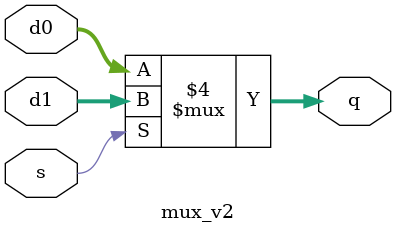
<source format=sv>
module mux_v2 (
    input logic [3:0]     d0,
    input logic [3:0]     d1,

    input logic           s,
    output logic [3:0]    q
);

always_comb begin
    if(s==0)
        q = d0;
    else begin
        q = d1;
    end 
end

//assign q = ( ~{s,s,s,s} & d0 ) | ({4{s}} & d1);

/*always_comb begin
    q = ( ~s & d0 ) | (s & d1);
end¨*/

//assign q = s ? d1 : d0;

/*always_comb
    q = s ? d1 : d0;
*/



endmodule
</source>
